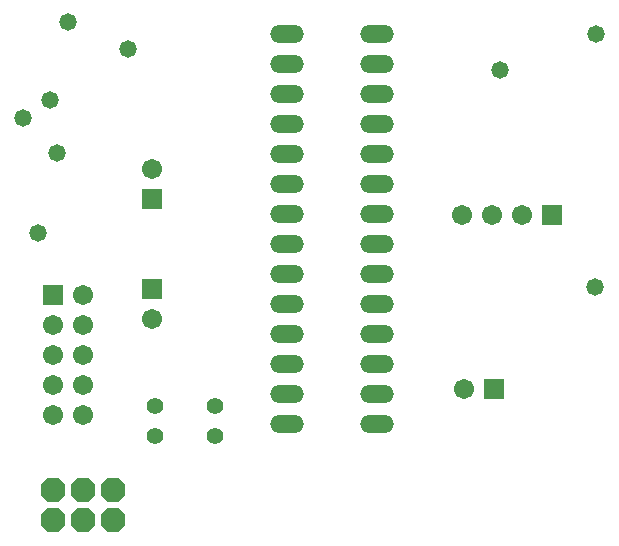
<source format=gbs>
G04*
G04 #@! TF.GenerationSoftware,Altium Limited,Altium Designer,19.1.8 (144)*
G04*
G04 Layer_Color=16711935*
%FSLAX25Y25*%
%MOIN*%
G70*
G01*
G75*
%ADD32O,0.11200X0.06000*%
%ADD33C,0.05524*%
%ADD34R,0.06706X0.06706*%
%ADD35C,0.06706*%
%ADD36P,0.08876X8X202.5*%
%ADD37R,0.06706X0.06706*%
%ADD38C,0.05800*%
D32*
X135000Y175000D02*
D03*
Y165000D02*
D03*
Y155000D02*
D03*
Y145000D02*
D03*
Y135000D02*
D03*
Y125000D02*
D03*
Y115000D02*
D03*
Y105000D02*
D03*
Y95000D02*
D03*
Y85000D02*
D03*
Y75000D02*
D03*
Y65000D02*
D03*
Y55000D02*
D03*
Y45000D02*
D03*
X165000D02*
D03*
Y55000D02*
D03*
Y65000D02*
D03*
Y75000D02*
D03*
Y85000D02*
D03*
Y95000D02*
D03*
Y105000D02*
D03*
Y115000D02*
D03*
Y125000D02*
D03*
Y135000D02*
D03*
Y145000D02*
D03*
Y155000D02*
D03*
Y165000D02*
D03*
Y175000D02*
D03*
D33*
X111000Y41000D02*
D03*
Y51000D02*
D03*
X91000Y41000D02*
D03*
Y51000D02*
D03*
D34*
X90000Y90000D02*
D03*
Y120000D02*
D03*
X57000Y88000D02*
D03*
D35*
X90000Y80000D02*
D03*
Y130000D02*
D03*
X67000Y48000D02*
D03*
X57000D02*
D03*
X67000Y58000D02*
D03*
X57000D02*
D03*
X67000Y68000D02*
D03*
X57000D02*
D03*
X67000Y78000D02*
D03*
X57000D02*
D03*
X67000Y88000D02*
D03*
X193500Y114500D02*
D03*
X203500D02*
D03*
X213500D02*
D03*
X194000Y56500D02*
D03*
D36*
X77000Y23000D02*
D03*
Y13000D02*
D03*
X67000Y23000D02*
D03*
Y13000D02*
D03*
X57000Y23000D02*
D03*
Y13000D02*
D03*
D37*
X223500Y114500D02*
D03*
X204000Y56500D02*
D03*
D38*
X52000Y108600D02*
D03*
X62000Y179000D02*
D03*
X47200Y146900D02*
D03*
X56000Y152916D02*
D03*
X206000Y162900D02*
D03*
X238000Y175000D02*
D03*
X237700Y90500D02*
D03*
X58500Y135300D02*
D03*
X81900Y170000D02*
D03*
M02*

</source>
